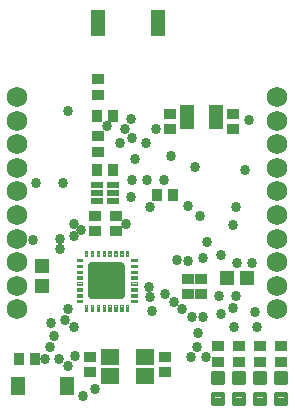
<source format=gts>
G75*
%MOIN*%
%OFA0B0*%
%FSLAX24Y24*%
%IPPOS*%
%LPD*%
%AMOC8*
5,1,8,0,0,1.08239X$1,22.5*
%
%ADD10C,0.0316*%
%ADD11R,0.0434X0.0356*%
%ADD12R,0.0356X0.0434*%
%ADD13C,0.0142*%
%ADD14R,0.0510X0.0830*%
%ADD15R,0.0474X0.0867*%
%ADD16C,0.0197*%
%ADD17C,0.0040*%
%ADD18R,0.0395X0.0186*%
%ADD19R,0.0454X0.0631*%
%ADD20C,0.0680*%
%ADD21R,0.0631X0.0533*%
%ADD22R,0.0474X0.0513*%
%ADD23R,0.0513X0.0474*%
%ADD24C,0.0340*%
%ADD25C,0.0476*%
D10*
X004244Y004747D03*
X004244Y005147D03*
X004244Y005547D03*
X004694Y005547D03*
X005144Y005547D03*
X005144Y005147D03*
X005144Y004747D03*
X004694Y004747D03*
D11*
X004994Y006791D03*
X004994Y007303D03*
X004294Y007303D03*
X004294Y006791D03*
X004394Y009441D03*
X004394Y009953D03*
X004394Y011341D03*
X004394Y011853D03*
X006794Y010703D03*
X006794Y010191D03*
X008894Y010191D03*
X008894Y010703D03*
X007844Y005203D03*
X007844Y004691D03*
X007394Y004691D03*
X007394Y005203D03*
X008394Y002953D03*
X008394Y002441D03*
X009094Y002441D03*
X009094Y002953D03*
X009794Y002953D03*
X009794Y002441D03*
X010494Y002441D03*
X010494Y002953D03*
X006644Y002603D03*
X006644Y002091D03*
X004144Y002091D03*
X004144Y002603D03*
D12*
X002300Y002547D03*
X001788Y002547D03*
X006388Y007997D03*
X006900Y007997D03*
X004900Y008847D03*
X004388Y008847D03*
X004388Y010647D03*
X004900Y010647D03*
D13*
X008228Y002058D02*
X008560Y002058D01*
X008560Y001726D01*
X008228Y001726D01*
X008228Y002058D01*
X008228Y001867D02*
X008560Y001867D01*
X008560Y002008D02*
X008228Y002008D01*
X008228Y001368D02*
X008560Y001368D01*
X008560Y001036D01*
X008228Y001036D01*
X008228Y001368D01*
X008228Y001177D02*
X008560Y001177D01*
X008560Y001318D02*
X008228Y001318D01*
X008928Y001368D02*
X009260Y001368D01*
X009260Y001036D01*
X008928Y001036D01*
X008928Y001368D01*
X008928Y001177D02*
X009260Y001177D01*
X009260Y001318D02*
X008928Y001318D01*
X008928Y002058D02*
X009260Y002058D01*
X009260Y001726D01*
X008928Y001726D01*
X008928Y002058D01*
X008928Y001867D02*
X009260Y001867D01*
X009260Y002008D02*
X008928Y002008D01*
X009628Y002058D02*
X009960Y002058D01*
X009960Y001726D01*
X009628Y001726D01*
X009628Y002058D01*
X009628Y001867D02*
X009960Y001867D01*
X009960Y002008D02*
X009628Y002008D01*
X009628Y001368D02*
X009960Y001368D01*
X009960Y001036D01*
X009628Y001036D01*
X009628Y001368D01*
X009628Y001177D02*
X009960Y001177D01*
X009960Y001318D02*
X009628Y001318D01*
X010328Y001368D02*
X010660Y001368D01*
X010660Y001036D01*
X010328Y001036D01*
X010328Y001368D01*
X010328Y001177D02*
X010660Y001177D01*
X010660Y001318D02*
X010328Y001318D01*
X010328Y002058D02*
X010660Y002058D01*
X010660Y001726D01*
X010328Y001726D01*
X010328Y002058D01*
X010328Y001867D02*
X010660Y001867D01*
X010660Y002008D02*
X010328Y002008D01*
D14*
X008324Y010597D03*
X007364Y010597D03*
D15*
X006398Y013747D03*
X004390Y013747D03*
D16*
X004173Y005669D02*
X005157Y005669D01*
X005216Y005610D01*
X005216Y004626D01*
X004173Y004626D01*
X004173Y005669D01*
X004173Y005593D02*
X005216Y005593D01*
X005216Y005397D02*
X004173Y005397D01*
X004173Y005202D02*
X005216Y005202D01*
X005216Y005007D02*
X004173Y005007D01*
X004173Y004811D02*
X005216Y004811D01*
D17*
X005501Y004813D02*
X005501Y004891D01*
X005698Y004891D01*
X005698Y004813D01*
X005501Y004813D01*
X005501Y004820D02*
X005698Y004820D01*
X005698Y004858D02*
X005501Y004858D01*
X005501Y005009D02*
X005501Y005088D01*
X005698Y005088D01*
X005698Y005009D01*
X005501Y005009D01*
X005501Y005012D02*
X005698Y005012D01*
X005698Y005051D02*
X005501Y005051D01*
X005501Y005206D02*
X005501Y005285D01*
X005698Y005285D01*
X005698Y005206D01*
X005501Y005206D01*
X005501Y005243D02*
X005698Y005243D01*
X005698Y005282D02*
X005501Y005282D01*
X005501Y005403D02*
X005501Y005482D01*
X005698Y005482D01*
X005698Y005403D01*
X005501Y005403D01*
X005501Y005436D02*
X005698Y005436D01*
X005698Y005474D02*
X005501Y005474D01*
X005501Y005600D02*
X005501Y005679D01*
X005698Y005679D01*
X005698Y005600D01*
X005501Y005600D01*
X005501Y005628D02*
X005698Y005628D01*
X005698Y005667D02*
X005501Y005667D01*
X005501Y005797D02*
X005698Y005797D01*
X005698Y005876D01*
X005521Y005876D01*
X005501Y005856D01*
X005501Y005797D01*
X005501Y005821D02*
X005698Y005821D01*
X005698Y005859D02*
X005505Y005859D01*
X005403Y005954D02*
X005344Y005954D01*
X005344Y006151D01*
X005423Y006151D01*
X005423Y005974D01*
X005403Y005954D01*
X005423Y005975D02*
X005344Y005975D01*
X005344Y006013D02*
X005423Y006013D01*
X005423Y006052D02*
X005344Y006052D01*
X005344Y006090D02*
X005423Y006090D01*
X005423Y006129D02*
X005344Y006129D01*
X005226Y006129D02*
X005147Y006129D01*
X005147Y006151D02*
X005226Y006151D01*
X005226Y005954D01*
X005147Y005954D01*
X005147Y006151D01*
X005147Y006090D02*
X005226Y006090D01*
X005226Y006052D02*
X005147Y006052D01*
X005147Y006013D02*
X005226Y006013D01*
X005226Y005975D02*
X005147Y005975D01*
X005029Y005975D02*
X004950Y005975D01*
X004950Y005954D02*
X004950Y006151D01*
X005029Y006151D01*
X005029Y005954D01*
X004950Y005954D01*
X004950Y006013D02*
X005029Y006013D01*
X005029Y006052D02*
X004950Y006052D01*
X004950Y006090D02*
X005029Y006090D01*
X005029Y006129D02*
X004950Y006129D01*
X004832Y006129D02*
X004753Y006129D01*
X004753Y006151D02*
X004832Y006151D01*
X004832Y005954D01*
X004753Y005954D01*
X004753Y006151D01*
X004753Y006090D02*
X004832Y006090D01*
X004832Y006052D02*
X004753Y006052D01*
X004753Y006013D02*
X004832Y006013D01*
X004832Y005975D02*
X004753Y005975D01*
X004635Y005975D02*
X004557Y005975D01*
X004557Y005954D02*
X004557Y006151D01*
X004635Y006151D01*
X004635Y005954D01*
X004557Y005954D01*
X004557Y006013D02*
X004635Y006013D01*
X004635Y006052D02*
X004557Y006052D01*
X004557Y006090D02*
X004635Y006090D01*
X004635Y006129D02*
X004557Y006129D01*
X004438Y006129D02*
X004360Y006129D01*
X004360Y006151D02*
X004438Y006151D01*
X004438Y005954D01*
X004360Y005954D01*
X004360Y006151D01*
X004360Y006090D02*
X004438Y006090D01*
X004438Y006052D02*
X004360Y006052D01*
X004360Y006013D02*
X004438Y006013D01*
X004438Y005975D02*
X004360Y005975D01*
X004242Y005975D02*
X004163Y005975D01*
X004163Y005954D02*
X004163Y006151D01*
X004242Y006151D01*
X004242Y005954D01*
X004163Y005954D01*
X004163Y006013D02*
X004242Y006013D01*
X004242Y006052D02*
X004163Y006052D01*
X004163Y006090D02*
X004242Y006090D01*
X004242Y006129D02*
X004163Y006129D01*
X004045Y006129D02*
X003966Y006129D01*
X003966Y006151D02*
X004045Y006151D01*
X004045Y005954D01*
X003986Y005954D01*
X003966Y005974D01*
X003966Y006151D01*
X003966Y006090D02*
X004045Y006090D01*
X004045Y006052D02*
X003966Y006052D01*
X003966Y006013D02*
X004045Y006013D01*
X004045Y005975D02*
X003966Y005975D01*
X003868Y005876D02*
X003887Y005856D01*
X003887Y005797D01*
X003690Y005797D01*
X003690Y005876D01*
X003868Y005876D01*
X003884Y005859D02*
X003690Y005859D01*
X003690Y005821D02*
X003887Y005821D01*
X003887Y005679D02*
X003690Y005679D01*
X003690Y005600D01*
X003887Y005600D01*
X003887Y005679D01*
X003887Y005667D02*
X003690Y005667D01*
X003690Y005628D02*
X003887Y005628D01*
X003887Y005482D02*
X003690Y005482D01*
X003690Y005403D01*
X003887Y005403D01*
X003887Y005482D01*
X003887Y005474D02*
X003690Y005474D01*
X003690Y005436D02*
X003887Y005436D01*
X003887Y005285D02*
X003690Y005285D01*
X003690Y005206D01*
X003887Y005206D01*
X003887Y005285D01*
X003887Y005282D02*
X003690Y005282D01*
X003690Y005243D02*
X003887Y005243D01*
X003887Y005088D02*
X003690Y005088D01*
X003690Y005009D01*
X003887Y005009D01*
X003887Y005088D01*
X003887Y005051D02*
X003690Y005051D01*
X003690Y005012D02*
X003887Y005012D01*
X003887Y004891D02*
X003690Y004891D01*
X003690Y004813D01*
X003887Y004813D01*
X003887Y004891D01*
X003887Y004858D02*
X003690Y004858D01*
X003690Y004820D02*
X003887Y004820D01*
X003887Y004694D02*
X003690Y004694D01*
X003690Y004616D01*
X003887Y004616D01*
X003887Y004694D01*
X003887Y004666D02*
X003690Y004666D01*
X003690Y004627D02*
X003887Y004627D01*
X003887Y004498D02*
X003690Y004498D01*
X003690Y004419D01*
X003868Y004419D01*
X003887Y004439D01*
X003887Y004498D01*
X003887Y004473D02*
X003690Y004473D01*
X003690Y004435D02*
X003883Y004435D01*
X003986Y004340D02*
X004045Y004340D01*
X004045Y004143D01*
X003966Y004143D01*
X003966Y004320D01*
X003986Y004340D01*
X003966Y004319D02*
X004045Y004319D01*
X004045Y004281D02*
X003966Y004281D01*
X003966Y004242D02*
X004045Y004242D01*
X004045Y004204D02*
X003966Y004204D01*
X003966Y004165D02*
X004045Y004165D01*
X004163Y004165D02*
X004242Y004165D01*
X004242Y004143D02*
X004163Y004143D01*
X004163Y004340D01*
X004242Y004340D01*
X004242Y004143D01*
X004242Y004204D02*
X004163Y004204D01*
X004163Y004242D02*
X004242Y004242D01*
X004242Y004281D02*
X004163Y004281D01*
X004163Y004319D02*
X004242Y004319D01*
X004360Y004319D02*
X004438Y004319D01*
X004438Y004340D02*
X004438Y004143D01*
X004360Y004143D01*
X004360Y004340D01*
X004438Y004340D01*
X004438Y004281D02*
X004360Y004281D01*
X004360Y004242D02*
X004438Y004242D01*
X004438Y004204D02*
X004360Y004204D01*
X004360Y004165D02*
X004438Y004165D01*
X004557Y004165D02*
X004635Y004165D01*
X004635Y004143D02*
X004557Y004143D01*
X004557Y004340D01*
X004635Y004340D01*
X004635Y004143D01*
X004635Y004204D02*
X004557Y004204D01*
X004557Y004242D02*
X004635Y004242D01*
X004635Y004281D02*
X004557Y004281D01*
X004557Y004319D02*
X004635Y004319D01*
X004753Y004319D02*
X004832Y004319D01*
X004832Y004340D02*
X004832Y004143D01*
X004753Y004143D01*
X004753Y004340D01*
X004832Y004340D01*
X004832Y004281D02*
X004753Y004281D01*
X004753Y004242D02*
X004832Y004242D01*
X004832Y004204D02*
X004753Y004204D01*
X004753Y004165D02*
X004832Y004165D01*
X004950Y004165D02*
X005029Y004165D01*
X005029Y004143D02*
X004950Y004143D01*
X004950Y004340D01*
X005029Y004340D01*
X005029Y004143D01*
X005029Y004204D02*
X004950Y004204D01*
X004950Y004242D02*
X005029Y004242D01*
X005029Y004281D02*
X004950Y004281D01*
X004950Y004319D02*
X005029Y004319D01*
X005147Y004319D02*
X005226Y004319D01*
X005226Y004340D02*
X005226Y004143D01*
X005147Y004143D01*
X005147Y004340D01*
X005226Y004340D01*
X005226Y004281D02*
X005147Y004281D01*
X005147Y004242D02*
X005226Y004242D01*
X005226Y004204D02*
X005147Y004204D01*
X005147Y004165D02*
X005226Y004165D01*
X005344Y004165D02*
X005423Y004165D01*
X005423Y004143D02*
X005344Y004143D01*
X005344Y004340D01*
X005403Y004340D01*
X005423Y004320D01*
X005423Y004143D01*
X005423Y004204D02*
X005344Y004204D01*
X005344Y004242D02*
X005423Y004242D01*
X005423Y004281D02*
X005344Y004281D01*
X005344Y004319D02*
X005423Y004319D01*
X005521Y004419D02*
X005501Y004439D01*
X005501Y004498D01*
X005698Y004498D01*
X005698Y004419D01*
X005521Y004419D01*
X005505Y004435D02*
X005698Y004435D01*
X005698Y004473D02*
X005501Y004473D01*
X005501Y004616D02*
X005501Y004694D01*
X005698Y004694D01*
X005698Y004616D01*
X005501Y004616D01*
X005501Y004627D02*
X005698Y004627D01*
X005698Y004666D02*
X005501Y004666D01*
D18*
X004920Y007811D03*
X004920Y008067D03*
X004920Y008323D03*
X004369Y008323D03*
X004369Y008067D03*
X004369Y007811D03*
D19*
X001727Y001647D03*
X003361Y001647D03*
D20*
X001714Y004185D03*
X001714Y004972D03*
X001714Y005759D03*
X001714Y006547D03*
X001714Y007334D03*
X001714Y008122D03*
X001714Y008909D03*
X001714Y009696D03*
X001714Y010484D03*
X001714Y011271D03*
X010375Y011271D03*
X010375Y010484D03*
X010375Y009696D03*
X010375Y008909D03*
X010375Y008122D03*
X010375Y007334D03*
X010375Y006547D03*
X010375Y005759D03*
X010375Y004972D03*
X010375Y004185D03*
D21*
X005985Y002612D03*
X005985Y001982D03*
X004804Y001982D03*
X004804Y002612D03*
D22*
X002544Y004963D03*
X002544Y005632D03*
D23*
X008710Y005247D03*
X009379Y005247D03*
D24*
X009544Y005747D03*
X009044Y005747D03*
X008494Y005997D03*
X008044Y006447D03*
X007894Y005897D03*
X007394Y005797D03*
X007044Y005847D03*
X006644Y004697D03*
X006944Y004447D03*
X007194Y004197D03*
X007544Y003947D03*
X007894Y003947D03*
X007744Y003397D03*
X007694Y002947D03*
X007494Y002597D03*
X007994Y002597D03*
X008944Y003597D03*
X008494Y004047D03*
X008894Y004247D03*
X008994Y004647D03*
X008444Y004647D03*
X009644Y004097D03*
X009694Y003597D03*
X008894Y006997D03*
X008994Y007597D03*
X009294Y008847D03*
X009444Y010497D03*
X007644Y008947D03*
X006844Y009297D03*
X006594Y008497D03*
X006044Y008497D03*
X005544Y008497D03*
X005494Y007947D03*
X006144Y007597D03*
X005344Y007047D03*
X003844Y006847D03*
X003594Y006647D03*
X003594Y007047D03*
X003144Y006547D03*
X003144Y006197D03*
X002244Y006497D03*
X002344Y008397D03*
X003244Y008397D03*
X004694Y010297D03*
X005144Y009747D03*
X005544Y009897D03*
X005294Y010197D03*
X005494Y010547D03*
X005994Y009747D03*
X006344Y010197D03*
X005644Y009197D03*
X007394Y007647D03*
X007794Y007297D03*
X006094Y004947D03*
X006144Y004597D03*
X006194Y004147D03*
X004294Y001547D03*
X003894Y001297D03*
X003394Y002297D03*
X003094Y002547D03*
X002794Y002947D03*
X002944Y003297D03*
X002844Y003747D03*
X003294Y003847D03*
X003394Y004197D03*
X003594Y003597D03*
X003644Y002647D03*
X002644Y002547D03*
X003394Y010797D03*
D25*
X004694Y005147D03*
M02*

</source>
